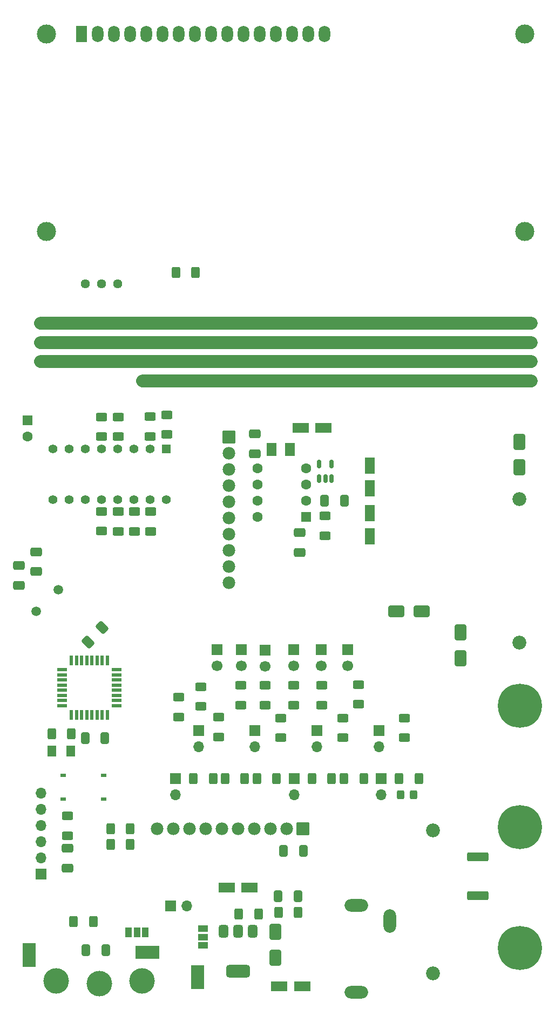
<source format=gbr>
%TF.GenerationSoftware,KiCad,Pcbnew,9.0.5*%
%TF.CreationDate,2025-10-28T12:45:37-04:00*%
%TF.ProjectId,oshe_dmm_project_v1,6f736865-5f64-46d6-9d5f-70726f6a6563,V1*%
%TF.SameCoordinates,Original*%
%TF.FileFunction,Soldermask,Top*%
%TF.FilePolarity,Negative*%
%FSLAX46Y46*%
G04 Gerber Fmt 4.6, Leading zero omitted, Abs format (unit mm)*
G04 Created by KiCad (PCBNEW 9.0.5) date 2025-10-28 12:45:37*
%MOMM*%
%LPD*%
G01*
G04 APERTURE LIST*
G04 Aperture macros list*
%AMRoundRect*
0 Rectangle with rounded corners*
0 $1 Rounding radius*
0 $2 $3 $4 $5 $6 $7 $8 $9 X,Y pos of 4 corners*
0 Add a 4 corners polygon primitive as box body*
4,1,4,$2,$3,$4,$5,$6,$7,$8,$9,$2,$3,0*
0 Add four circle primitives for the rounded corners*
1,1,$1+$1,$2,$3*
1,1,$1+$1,$4,$5*
1,1,$1+$1,$6,$7*
1,1,$1+$1,$8,$9*
0 Add four rect primitives between the rounded corners*
20,1,$1+$1,$2,$3,$4,$5,0*
20,1,$1+$1,$4,$5,$6,$7,0*
20,1,$1+$1,$6,$7,$8,$9,0*
20,1,$1+$1,$8,$9,$2,$3,0*%
G04 Aperture macros list end*
%ADD10C,2.000000*%
%ADD11R,3.800000X2.000000*%
%ADD12RoundRect,0.250000X0.625000X-0.400000X0.625000X0.400000X-0.625000X0.400000X-0.625000X-0.400000X0*%
%ADD13C,1.440000*%
%ADD14C,3.000000*%
%ADD15R,1.800000X2.600000*%
%ADD16O,1.800000X2.600000*%
%ADD17RoundRect,0.250000X0.412500X0.650000X-0.412500X0.650000X-0.412500X-0.650000X0.412500X-0.650000X0*%
%ADD18RoundRect,0.250000X0.325000X0.450000X-0.325000X0.450000X-0.325000X-0.450000X0.325000X-0.450000X0*%
%ADD19RoundRect,0.250000X-0.412500X-0.650000X0.412500X-0.650000X0.412500X0.650000X-0.412500X0.650000X0*%
%ADD20RoundRect,0.250000X-0.400000X-0.625000X0.400000X-0.625000X0.400000X0.625000X-0.400000X0.625000X0*%
%ADD21RoundRect,0.250000X-0.625000X0.400000X-0.625000X-0.400000X0.625000X-0.400000X0.625000X0.400000X0*%
%ADD22C,2.184000*%
%ADD23RoundRect,0.150000X0.150000X-0.512500X0.150000X0.512500X-0.150000X0.512500X-0.150000X-0.512500X0*%
%ADD24RoundRect,0.102000X-0.889000X-0.889000X0.889000X-0.889000X0.889000X0.889000X-0.889000X0.889000X0*%
%ADD25C,1.982000*%
%ADD26O,3.704000X1.954000*%
%ADD27O,1.954000X3.704000*%
%ADD28R,0.550000X1.600000*%
%ADD29R,1.600000X0.550000*%
%ADD30C,4.000000*%
%ADD31RoundRect,0.250000X-0.550000X0.550000X-0.550000X-0.550000X0.550000X-0.550000X0.550000X0.550000X0*%
%ADD32C,1.600000*%
%ADD33RoundRect,0.102000X0.645000X0.955000X-0.645000X0.955000X-0.645000X-0.955000X0.645000X-0.955000X0*%
%ADD34R,1.700000X1.700000*%
%ADD35O,1.700000X1.700000*%
%ADD36RoundRect,0.250000X-0.650000X1.000000X-0.650000X-1.000000X0.650000X-1.000000X0.650000X1.000000X0*%
%ADD37RoundRect,0.250000X-0.650000X0.412500X-0.650000X-0.412500X0.650000X-0.412500X0.650000X0.412500X0*%
%ADD38RoundRect,0.250000X1.000000X0.650000X-1.000000X0.650000X-1.000000X-0.650000X1.000000X-0.650000X0*%
%ADD39RoundRect,0.102000X0.698500X0.698500X-0.698500X0.698500X-0.698500X-0.698500X0.698500X-0.698500X0*%
%ADD40C,1.601000*%
%ADD41RoundRect,0.250000X0.167938X-0.751301X0.751301X-0.167938X-0.167938X0.751301X-0.751301X0.167938X0*%
%ADD42C,6.918200*%
%ADD43RoundRect,0.250000X-1.050000X-0.550000X1.050000X-0.550000X1.050000X0.550000X-1.050000X0.550000X0*%
%ADD44C,1.700000*%
%ADD45RoundRect,0.250000X0.400000X0.625000X-0.400000X0.625000X-0.400000X-0.625000X0.400000X-0.625000X0*%
%ADD46RoundRect,0.250000X0.550000X-1.050000X0.550000X1.050000X-0.550000X1.050000X-0.550000X-1.050000X0*%
%ADD47RoundRect,0.250000X0.650000X-0.412500X0.650000X0.412500X-0.650000X0.412500X-0.650000X-0.412500X0*%
%ADD48C,1.500000*%
%ADD49RoundRect,0.250000X0.650000X-1.000000X0.650000X1.000000X-0.650000X1.000000X-0.650000X-1.000000X0*%
%ADD50RoundRect,0.102000X0.889000X-0.889000X0.889000X0.889000X-0.889000X0.889000X-0.889000X-0.889000X0*%
%ADD51R,1.500000X1.000000*%
%ADD52RoundRect,0.375000X-0.375000X0.625000X-0.375000X-0.625000X0.375000X-0.625000X0.375000X0.625000X0*%
%ADD53RoundRect,0.500000X-1.400000X0.500000X-1.400000X-0.500000X1.400000X-0.500000X1.400000X0.500000X0*%
%ADD54RoundRect,0.249999X1.425001X-0.450001X1.425001X0.450001X-1.425001X0.450001X-1.425001X-0.450001X0*%
%ADD55R,2.000000X3.800000*%
%ADD56RoundRect,0.250000X1.050000X0.550000X-1.050000X0.550000X-1.050000X-0.550000X1.050000X-0.550000X0*%
%ADD57RoundRect,0.250001X0.462499X0.624999X-0.462499X0.624999X-0.462499X-0.624999X0.462499X-0.624999X0*%
%ADD58R,1.000000X1.500000*%
%ADD59RoundRect,0.102000X-0.605000X0.605000X-0.605000X-0.605000X0.605000X-0.605000X0.605000X0.605000X0*%
%ADD60C,1.414000*%
%ADD61R,0.952500X0.558800*%
G04 APERTURE END LIST*
D10*
X202990000Y-122598000D02*
X125990000Y-122598000D01*
X202990000Y-128598000D02*
X141990000Y-128598000D01*
X202990000Y-125598000D02*
X125990000Y-125598000D01*
X202990000Y-119598000D02*
X125990000Y-119598000D01*
D11*
%TO.C,BAT1*%
X142798400Y-218321200D03*
%TD*%
D12*
%TO.C,R11*%
X130265000Y-199975500D03*
X130265000Y-196875500D03*
%TD*%
D13*
%TO.C,RV1*%
X138130000Y-113378000D03*
X135590000Y-113378000D03*
X133050000Y-113378000D03*
%TD*%
D14*
%TO.C,DS1*%
X126990900Y-74174500D03*
X126990900Y-105175200D03*
X201989480Y-105175200D03*
X201990000Y-74174500D03*
D15*
X132490000Y-74174500D03*
D16*
X135030000Y-74174500D03*
X137570000Y-74174500D03*
X140110000Y-74174500D03*
X142650000Y-74174500D03*
X145190000Y-74174500D03*
X147730000Y-74174500D03*
X150270000Y-74174500D03*
X152810000Y-74174500D03*
X155350000Y-74174500D03*
X157890000Y-74174500D03*
X160430000Y-74174500D03*
X162970000Y-74174500D03*
X165510000Y-74174500D03*
X168050000Y-74174500D03*
X170590000Y-74174500D03*
%TD*%
D17*
%TO.C,C8*%
X136232900Y-217940200D03*
X133107900Y-217940200D03*
%TD*%
D12*
%TO.C,R39*%
X161270000Y-179488000D03*
X161270000Y-176388000D03*
%TD*%
D18*
%TO.C,D2*%
X184506800Y-193530800D03*
X182456800Y-193530800D03*
%TD*%
D19*
%TO.C,C7*%
X164090000Y-202378000D03*
X167215000Y-202378000D03*
%TD*%
D20*
%TO.C,R7*%
X182244000Y-190990800D03*
X185344000Y-190990800D03*
%TD*%
D21*
%TO.C,R30*%
X145820000Y-133918000D03*
X145820000Y-137018000D03*
%TD*%
%TO.C,R26*%
X170650000Y-149808000D03*
X170650000Y-152908000D03*
%TD*%
D17*
%TO.C,C1*%
X136137500Y-184634600D03*
X133012500Y-184634600D03*
%TD*%
D22*
%TO.C,F2*%
X187590000Y-221628000D03*
X187590000Y-199128000D03*
%TD*%
D23*
%TO.C,U7*%
X169750000Y-143908000D03*
X170700000Y-143908000D03*
X171650000Y-143908000D03*
X171650000Y-141633000D03*
X169750000Y-141633000D03*
%TD*%
D24*
%TO.C,U3*%
X167130000Y-198878000D03*
D25*
X164590000Y-198878000D03*
X162050000Y-198878000D03*
X159510000Y-198878000D03*
X156970000Y-198878000D03*
X154430000Y-198878000D03*
X151890000Y-198878000D03*
X149350000Y-198878000D03*
X146810000Y-198878000D03*
X144270000Y-198878000D03*
%TD*%
D26*
%TO.C,J22*%
X175590000Y-224578000D03*
X175590000Y-210878000D03*
D27*
X180790000Y-213378000D03*
%TD*%
D28*
%TO.C,U1*%
X136486000Y-172510600D03*
X135686000Y-172510600D03*
X134886000Y-172510600D03*
X134086000Y-172510600D03*
X133286000Y-172510600D03*
X132486000Y-172510600D03*
X131686000Y-172510600D03*
X130886000Y-172510600D03*
D29*
X129436000Y-173960600D03*
X129436000Y-174760600D03*
X129436000Y-175560600D03*
X129436000Y-176360600D03*
X129436000Y-177160600D03*
X129436000Y-177960600D03*
X129436000Y-178760600D03*
X129436000Y-179560600D03*
D28*
X130886000Y-181010600D03*
X131686000Y-181010600D03*
X132486000Y-181010600D03*
X133286000Y-181010600D03*
X134086000Y-181010600D03*
X134886000Y-181010600D03*
X135686000Y-181010600D03*
X136486000Y-181010600D03*
D29*
X137936000Y-179560600D03*
X137936000Y-178760600D03*
X137936000Y-177960600D03*
X137936000Y-177160600D03*
X137936000Y-176360600D03*
X137936000Y-175560600D03*
X137936000Y-174760600D03*
X137936000Y-173960600D03*
%TD*%
D30*
%TO.C,BAT-1*%
X128447400Y-222766200D03*
%TD*%
D31*
%TO.C,C9*%
X124030000Y-134838000D03*
D32*
X124030000Y-137338000D03*
%TD*%
D20*
%TO.C,R4*%
X159942800Y-190990800D03*
X163042800Y-190990800D03*
%TD*%
D12*
%TO.C,R18*%
X143260000Y-152208000D03*
X143260000Y-149108000D03*
%TD*%
D19*
%TO.C,C12*%
X163308500Y-209482000D03*
X166433500Y-209482000D03*
%TD*%
D20*
%TO.C,R19*%
X163321000Y-212022000D03*
X166421000Y-212022000D03*
%TD*%
D33*
%TO.C,C15*%
X165150000Y-139408000D03*
X162230000Y-139408000D03*
%TD*%
D30*
%TO.C,BAT+1*%
X141909400Y-222766200D03*
%TD*%
D34*
%TO.C,J1*%
X126144000Y-205981000D03*
D35*
X126144000Y-203441000D03*
X126144000Y-200901000D03*
X126144000Y-198361000D03*
X126144000Y-195821000D03*
X126144000Y-193281000D03*
%TD*%
D36*
%TO.C,D1*%
X191922000Y-168112000D03*
X191922000Y-172112000D03*
%TD*%
D12*
%TO.C,R16*%
X138190000Y-152248000D03*
X138190000Y-149148000D03*
%TD*%
D37*
%TO.C,C6*%
X122646730Y-157586769D03*
X122646730Y-160711769D03*
%TD*%
D21*
%TO.C,R31*%
X135620000Y-134278000D03*
X135620000Y-137378000D03*
%TD*%
D34*
%TO.C,J6*%
X146451000Y-211006000D03*
D35*
X148991000Y-211006000D03*
%TD*%
D34*
%TO.C,J10*%
X159634000Y-183467400D03*
D35*
X159634000Y-186007400D03*
%TD*%
D38*
%TO.C,D7*%
X185830000Y-164758000D03*
X181830000Y-164758000D03*
%TD*%
D21*
%TO.C,R22*%
X153949000Y-181389000D03*
X153949000Y-184489000D03*
%TD*%
D39*
%TO.C,U2*%
X167650000Y-149948000D03*
D40*
X167650000Y-147408000D03*
X167650000Y-144868000D03*
X167650000Y-142328000D03*
X160030000Y-142328000D03*
X160030000Y-144868000D03*
X160030000Y-147408000D03*
X160030000Y-149948000D03*
%TD*%
D34*
%TO.C,J13*%
X179105600Y-183447000D03*
D35*
X179105600Y-185987000D03*
%TD*%
D22*
%TO.C,F1*%
X201116800Y-169678000D03*
X201116800Y-147178000D03*
%TD*%
D41*
%TO.C,C3*%
X133489346Y-169565854D03*
X135699054Y-167356146D03*
%TD*%
D21*
%TO.C,R23*%
X163687800Y-181516000D03*
X163687800Y-184616000D03*
%TD*%
D42*
%TO.C,J3*%
X201193000Y-198610000D03*
%TD*%
D21*
%TO.C,R32*%
X143230000Y-134208000D03*
X143230000Y-137308000D03*
%TD*%
%TO.C,R25*%
X183118800Y-181516000D03*
X183118800Y-184616000D03*
%TD*%
D12*
%TO.C,R37*%
X165740000Y-179478000D03*
X165740000Y-176378000D03*
%TD*%
%TO.C,R38*%
X175920000Y-179358000D03*
X175920000Y-176258000D03*
%TD*%
D43*
%TO.C,C13*%
X163452000Y-223579000D03*
X167052000Y-223579000D03*
%TD*%
D20*
%TO.C,R3*%
X154964400Y-190990800D03*
X158064400Y-190990800D03*
%TD*%
D21*
%TO.C,R33*%
X138210000Y-134258000D03*
X138210000Y-137358000D03*
%TD*%
D34*
%TO.C,J18*%
X165750000Y-170778000D03*
D44*
X165750000Y-173318000D03*
%TD*%
D45*
%TO.C,R15*%
X134315400Y-213495200D03*
X131215400Y-213495200D03*
%TD*%
D20*
%TO.C,R14*%
X147240000Y-111608000D03*
X150340000Y-111608000D03*
%TD*%
D46*
%TO.C,C14*%
X177650000Y-145508000D03*
X177650000Y-141908000D03*
%TD*%
D47*
%TO.C,C2*%
X166650000Y-155533000D03*
X166650000Y-152408000D03*
%TD*%
D21*
%TO.C,R8*%
X147720000Y-178278000D03*
X147720000Y-181378000D03*
%TD*%
D48*
%TO.C,Y1*%
X125359319Y-164818681D03*
X128810000Y-161368000D03*
%TD*%
D34*
%TO.C,J14*%
X153720000Y-170788000D03*
D44*
X153720000Y-173328000D03*
%TD*%
D49*
%TO.C,D4*%
X201150000Y-142198000D03*
X201150000Y-138198000D03*
%TD*%
D20*
%TO.C,R6*%
X173608000Y-190990800D03*
X176708000Y-190990800D03*
%TD*%
%TO.C,R13*%
X136990000Y-201378000D03*
X140090000Y-201378000D03*
%TD*%
D46*
%TO.C,C18*%
X177650000Y-153008000D03*
X177650000Y-149408000D03*
%TD*%
D34*
%TO.C,J7*%
X147218000Y-190990800D03*
D35*
X147218000Y-193530800D03*
%TD*%
D50*
%TO.C,U8*%
X155590000Y-137438000D03*
D25*
X155590000Y-139978000D03*
X155590000Y-142518000D03*
X155590000Y-145058000D03*
X155590000Y-147598000D03*
X155590000Y-150138000D03*
X155590000Y-152678000D03*
X155590000Y-155218000D03*
X155590000Y-157758000D03*
X155590000Y-160298000D03*
%TD*%
D34*
%TO.C,J11*%
X179476000Y-190990800D03*
D35*
X179476000Y-193530800D03*
%TD*%
D51*
%TO.C,JP2*%
X151485200Y-217182800D03*
X151485200Y-215882800D03*
X151485200Y-214582800D03*
%TD*%
D37*
%TO.C,C4*%
X130265000Y-201943000D03*
X130265000Y-205068000D03*
%TD*%
D52*
%TO.C,U5*%
X159297000Y-214942600D03*
X156997000Y-214942600D03*
D53*
X156997000Y-221242600D03*
D52*
X154697000Y-214942600D03*
%TD*%
D21*
%TO.C,R24*%
X173416000Y-181516000D03*
X173416000Y-184616000D03*
%TD*%
D54*
%TO.C,R1*%
X194590000Y-209378000D03*
X194590000Y-203278000D03*
%TD*%
D34*
%TO.C,J12*%
X169365000Y-183447000D03*
D35*
X169365000Y-185987000D03*
%TD*%
D12*
%TO.C,R36*%
X170130000Y-179488000D03*
X170130000Y-176388000D03*
%TD*%
D34*
%TO.C,J20*%
X174190000Y-170768000D03*
D44*
X174190000Y-173308000D03*
%TD*%
D34*
%TO.C,J16*%
X170080000Y-170818000D03*
D44*
X170080000Y-173358000D03*
%TD*%
D42*
%TO.C,J2*%
X201193000Y-179610000D03*
%TD*%
D12*
%TO.C,R21*%
X135620000Y-152198000D03*
X135620000Y-149098000D03*
%TD*%
D20*
%TO.C,R2*%
X149986000Y-190990800D03*
X153086000Y-190990800D03*
%TD*%
D55*
%TO.C,GND1*%
X124256400Y-218702200D03*
%TD*%
D56*
%TO.C,C11*%
X170410000Y-135988000D03*
X166810000Y-135988000D03*
%TD*%
D42*
%TO.C,J4*%
X201193000Y-217610000D03*
%TD*%
D43*
%TO.C,C10*%
X155197000Y-208085000D03*
X158797000Y-208085000D03*
%TD*%
D20*
%TO.C,R5*%
X168578800Y-190990800D03*
X171678800Y-190990800D03*
%TD*%
D55*
%TO.C,5V1*%
X150647000Y-222156600D03*
%TD*%
D34*
%TO.C,J9*%
X165810800Y-190985800D03*
D35*
X165810800Y-193525800D03*
%TD*%
D49*
%TO.C,D5*%
X162839000Y-219102000D03*
X162839000Y-215102000D03*
%TD*%
D57*
%TO.C,D3*%
X130773100Y-186723600D03*
X127798100Y-186723600D03*
%TD*%
D58*
%TO.C,JP1*%
X139847400Y-215146200D03*
X141147400Y-215146200D03*
X142447400Y-215146200D03*
%TD*%
D20*
%TO.C,R10*%
X127786400Y-183980400D03*
X130886400Y-183980400D03*
%TD*%
D19*
%TO.C,C17*%
X170525000Y-147408000D03*
X173650000Y-147408000D03*
%TD*%
D47*
%TO.C,C5*%
X125313730Y-158552769D03*
X125313730Y-155427769D03*
%TD*%
D59*
%TO.C,U4*%
X145790000Y-139318000D03*
D60*
X143250000Y-139318000D03*
X140710000Y-139318000D03*
X138170000Y-139318000D03*
X135630000Y-139318000D03*
X133090000Y-139318000D03*
X130550000Y-139318000D03*
X128010000Y-139318000D03*
X128010000Y-147258000D03*
X130550000Y-147258000D03*
X133090000Y-147258000D03*
X135630000Y-147258000D03*
X138170000Y-147258000D03*
X140710000Y-147258000D03*
X143250000Y-147258000D03*
X145790000Y-147258000D03*
%TD*%
D20*
%TO.C,R12*%
X136990000Y-198878000D03*
X140090000Y-198878000D03*
%TD*%
D34*
%TO.C,J21*%
X161280000Y-170868000D03*
D44*
X161280000Y-173408000D03*
%TD*%
D34*
%TO.C,J5*%
X157480000Y-170788000D03*
D44*
X157480000Y-173328000D03*
%TD*%
D12*
%TO.C,R17*%
X140720000Y-152238000D03*
X140720000Y-149138000D03*
%TD*%
D20*
%TO.C,R20*%
X157098000Y-212276000D03*
X160198000Y-212276000D03*
%TD*%
D12*
%TO.C,R34*%
X157470000Y-179478000D03*
X157470000Y-176378000D03*
%TD*%
D34*
%TO.C,J8*%
X150820000Y-183468000D03*
D35*
X150820000Y-186008000D03*
%TD*%
D12*
%TO.C,R9*%
X151160000Y-179718000D03*
X151160000Y-176618000D03*
%TD*%
D30*
%TO.C,Thermistor1*%
X135259400Y-223198000D03*
%TD*%
D61*
%TO.C,SW1*%
X135929350Y-194246200D03*
X129566650Y-194246200D03*
X135929350Y-190537800D03*
X129566650Y-190537800D03*
%TD*%
D37*
%TO.C,C16*%
X159650000Y-136908000D03*
X159650000Y-140033000D03*
%TD*%
M02*

</source>
